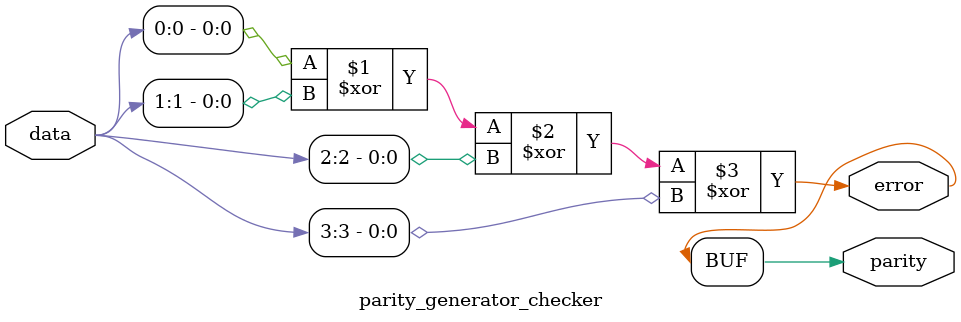
<source format=v>
`timescale 1ns / 1ps



module parity_generator_checker (
    input  [3:0] data,
    output parity,
    output error
);

    // Even Parity Generation
    assign parity = data[0] ^ data[1] ^ data[2] ^ data[3];

    // Error detection (assuming received parity bit is correct)
    assign error = (parity != 0);

endmodule

</source>
